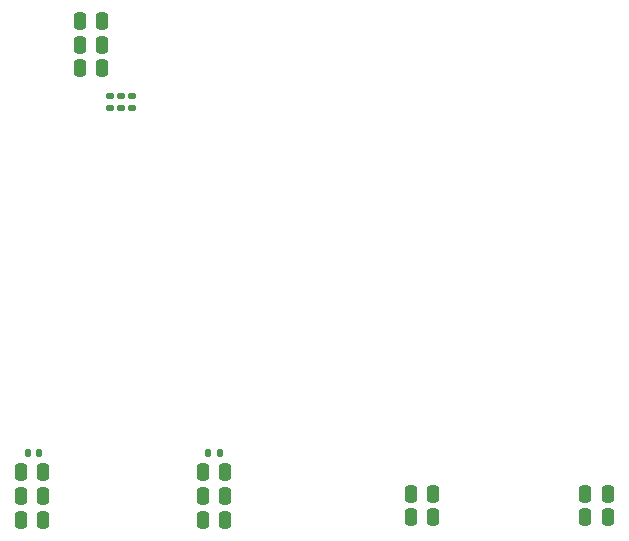
<source format=gbr>
%TF.GenerationSoftware,KiCad,Pcbnew,9.0.0*%
%TF.CreationDate,2025-08-15T19:16:38+03:00*%
%TF.ProjectId,USB-PD-Voltage-supply,5553422d-5044-42d5-966f-6c746167652d,rev?*%
%TF.SameCoordinates,Original*%
%TF.FileFunction,Paste,Bot*%
%TF.FilePolarity,Positive*%
%FSLAX46Y46*%
G04 Gerber Fmt 4.6, Leading zero omitted, Abs format (unit mm)*
G04 Created by KiCad (PCBNEW 9.0.0) date 2025-08-15 19:16:38*
%MOMM*%
%LPD*%
G01*
G04 APERTURE LIST*
G04 Aperture macros list*
%AMRoundRect*
0 Rectangle with rounded corners*
0 $1 Rounding radius*
0 $2 $3 $4 $5 $6 $7 $8 $9 X,Y pos of 4 corners*
0 Add a 4 corners polygon primitive as box body*
4,1,4,$2,$3,$4,$5,$6,$7,$8,$9,$2,$3,0*
0 Add four circle primitives for the rounded corners*
1,1,$1+$1,$2,$3*
1,1,$1+$1,$4,$5*
1,1,$1+$1,$6,$7*
1,1,$1+$1,$8,$9*
0 Add four rect primitives between the rounded corners*
20,1,$1+$1,$2,$3,$4,$5,0*
20,1,$1+$1,$4,$5,$6,$7,0*
20,1,$1+$1,$6,$7,$8,$9,0*
20,1,$1+$1,$8,$9,$2,$3,0*%
G04 Aperture macros list end*
%ADD10RoundRect,0.140000X-0.170000X0.140000X-0.170000X-0.140000X0.170000X-0.140000X0.170000X0.140000X0*%
%ADD11RoundRect,0.250000X0.250000X0.475000X-0.250000X0.475000X-0.250000X-0.475000X0.250000X-0.475000X0*%
%ADD12RoundRect,0.140000X0.140000X0.170000X-0.140000X0.170000X-0.140000X-0.170000X0.140000X-0.170000X0*%
G04 APERTURE END LIST*
D10*
%TO.C,C19*%
X134925000Y-76970000D03*
X134925000Y-77930000D03*
%TD*%
D11*
%TO.C,C40*%
X143750000Y-108800000D03*
X141850000Y-108800000D03*
%TD*%
%TO.C,C37*%
X128350000Y-112800000D03*
X126450000Y-112800000D03*
%TD*%
%TO.C,C39*%
X128350000Y-110800000D03*
X126450000Y-110800000D03*
%TD*%
%TO.C,C47*%
X161350000Y-110600000D03*
X159450000Y-110600000D03*
%TD*%
%TO.C,C35*%
X143750000Y-110800000D03*
X141850000Y-110800000D03*
%TD*%
D10*
%TO.C,C21*%
X134000000Y-76970000D03*
X134000000Y-77930000D03*
%TD*%
D11*
%TO.C,C38*%
X143750000Y-112800000D03*
X141850000Y-112800000D03*
%TD*%
D12*
%TO.C,C33*%
X143280000Y-107200000D03*
X142320000Y-107200000D03*
%TD*%
D11*
%TO.C,C34*%
X128350000Y-108800000D03*
X126450000Y-108800000D03*
%TD*%
D12*
%TO.C,C32*%
X128000000Y-107200000D03*
X127040000Y-107200000D03*
%TD*%
D11*
%TO.C,C23*%
X133350000Y-70600000D03*
X131450000Y-70600000D03*
%TD*%
%TO.C,C48*%
X176150000Y-112600000D03*
X174250000Y-112600000D03*
%TD*%
%TO.C,C46*%
X176150000Y-110600000D03*
X174250000Y-110600000D03*
%TD*%
%TO.C,C22*%
X133350000Y-74600000D03*
X131450000Y-74600000D03*
%TD*%
D10*
%TO.C,C20*%
X135850000Y-76970000D03*
X135850000Y-77930000D03*
%TD*%
D11*
%TO.C,C45*%
X161350000Y-112600000D03*
X159450000Y-112600000D03*
%TD*%
%TO.C,C24*%
X133350000Y-72600000D03*
X131450000Y-72600000D03*
%TD*%
M02*

</source>
